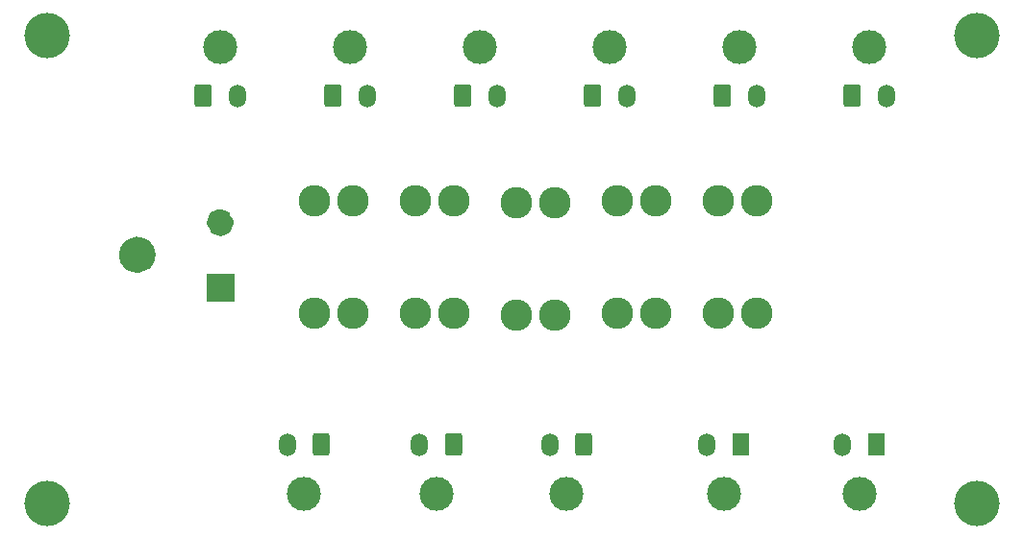
<source format=gbr>
%TF.GenerationSoftware,KiCad,Pcbnew,(5.1.9-0-10_14)*%
%TF.CreationDate,2022-05-15T18:46:11-07:00*%
%TF.ProjectId,PROTO_PCB_2022,50524f54-4f5f-4504-9342-5f323032322e,rev?*%
%TF.SameCoordinates,Original*%
%TF.FileFunction,Soldermask,Bot*%
%TF.FilePolarity,Negative*%
%FSLAX46Y46*%
G04 Gerber Fmt 4.6, Leading zero omitted, Abs format (unit mm)*
G04 Created by KiCad (PCBNEW (5.1.9-0-10_14)) date 2022-05-15 18:46:11*
%MOMM*%
%LPD*%
G01*
G04 APERTURE LIST*
%ADD10C,0.010000*%
%ADD11C,1.226200*%
%ADD12C,1.626200*%
%ADD13O,1.500000X2.020000*%
%ADD14C,3.000000*%
%ADD15C,3.100000*%
%ADD16C,2.780000*%
%ADD17C,4.000000*%
G04 APERTURE END LIST*
D10*
%TO.C,J1*%
G36*
X62567200Y-125138800D02*
G01*
X62567200Y-127591200D01*
X60114800Y-127591200D01*
X60114800Y-125138800D01*
X62567200Y-125138800D01*
G37*
X62567200Y-125138800D02*
X62567200Y-127591200D01*
X60114800Y-127591200D01*
X60114800Y-125138800D01*
X62567200Y-125138800D01*
D11*
X61954100Y-120665000D02*
G75*
G03*
X61954100Y-120665000I-613100J0D01*
G01*
D12*
X54854100Y-123515000D02*
G75*
G03*
X54854100Y-123515000I-813100J0D01*
G01*
%TD*%
D13*
%TO.C,J10*%
X74271000Y-109476000D03*
G36*
G01*
X70521000Y-110236000D02*
X70521000Y-108716000D01*
G75*
G02*
X70771000Y-108466000I250000J0D01*
G01*
X71771000Y-108466000D01*
G75*
G02*
X72021000Y-108716000I0J-250000D01*
G01*
X72021000Y-110236000D01*
G75*
G02*
X71771000Y-110486000I-250000J0D01*
G01*
X70771000Y-110486000D01*
G75*
G02*
X70521000Y-110236000I0J250000D01*
G01*
G37*
D14*
X72771000Y-105156000D03*
%TD*%
D15*
%TO.C,J1*%
X54041000Y-123515000D03*
%TD*%
D16*
%TO.C,F5*%
X78515000Y-128665000D03*
X81915000Y-128665000D03*
X78515000Y-118745000D03*
X81915000Y-118745000D03*
%TD*%
%TO.C,F3*%
X96295000Y-128665000D03*
X99695000Y-128665000D03*
X96295000Y-118745000D03*
X99695000Y-118745000D03*
%TD*%
D13*
%TO.C,J12*%
X119991000Y-109476000D03*
G36*
G01*
X116241000Y-110236000D02*
X116241000Y-108716000D01*
G75*
G02*
X116491000Y-108466000I250000J0D01*
G01*
X117491000Y-108466000D01*
G75*
G02*
X117741000Y-108716000I0J-250000D01*
G01*
X117741000Y-110236000D01*
G75*
G02*
X117491000Y-110486000I-250000J0D01*
G01*
X116491000Y-110486000D01*
G75*
G02*
X116241000Y-110236000I0J250000D01*
G01*
G37*
D14*
X118491000Y-105156000D03*
%TD*%
D13*
%TO.C,J11*%
X116126000Y-140208000D03*
G36*
G01*
X119876000Y-139448000D02*
X119876000Y-140968000D01*
G75*
G02*
X119626000Y-141218000I-250000J0D01*
G01*
X118626000Y-141218000D01*
G75*
G02*
X118376000Y-140968000I0J250000D01*
G01*
X118376000Y-139448000D01*
G75*
G02*
X118626000Y-139198000I250000J0D01*
G01*
X119626000Y-139198000D01*
G75*
G02*
X119876000Y-139448000I0J-250000D01*
G01*
G37*
D14*
X117626000Y-144528000D03*
%TD*%
D13*
%TO.C,J8*%
X97131000Y-109476000D03*
G36*
G01*
X93381000Y-110236000D02*
X93381000Y-108716000D01*
G75*
G02*
X93631000Y-108466000I250000J0D01*
G01*
X94631000Y-108466000D01*
G75*
G02*
X94881000Y-108716000I0J-250000D01*
G01*
X94881000Y-110236000D01*
G75*
G02*
X94631000Y-110486000I-250000J0D01*
G01*
X93631000Y-110486000D01*
G75*
G02*
X93381000Y-110236000I0J250000D01*
G01*
G37*
D14*
X95631000Y-105156000D03*
%TD*%
D13*
%TO.C,J9*%
X108561000Y-109476000D03*
G36*
G01*
X104811000Y-110236000D02*
X104811000Y-108716000D01*
G75*
G02*
X105061000Y-108466000I250000J0D01*
G01*
X106061000Y-108466000D01*
G75*
G02*
X106311000Y-108716000I0J-250000D01*
G01*
X106311000Y-110236000D01*
G75*
G02*
X106061000Y-110486000I-250000J0D01*
G01*
X105061000Y-110486000D01*
G75*
G02*
X104811000Y-110236000I0J250000D01*
G01*
G37*
D14*
X107061000Y-105156000D03*
%TD*%
D13*
%TO.C,J6*%
X85701000Y-109476000D03*
G36*
G01*
X81951000Y-110236000D02*
X81951000Y-108716000D01*
G75*
G02*
X82201000Y-108466000I250000J0D01*
G01*
X83201000Y-108466000D01*
G75*
G02*
X83451000Y-108716000I0J-250000D01*
G01*
X83451000Y-110236000D01*
G75*
G02*
X83201000Y-110486000I-250000J0D01*
G01*
X82201000Y-110486000D01*
G75*
G02*
X81951000Y-110236000I0J250000D01*
G01*
G37*
D14*
X84201000Y-105156000D03*
%TD*%
D13*
%TO.C,J7*%
X104188000Y-140208000D03*
G36*
G01*
X107938000Y-139448000D02*
X107938000Y-140968000D01*
G75*
G02*
X107688000Y-141218000I-250000J0D01*
G01*
X106688000Y-141218000D01*
G75*
G02*
X106438000Y-140968000I0J250000D01*
G01*
X106438000Y-139448000D01*
G75*
G02*
X106688000Y-139198000I250000J0D01*
G01*
X107688000Y-139198000D01*
G75*
G02*
X107938000Y-139448000I0J-250000D01*
G01*
G37*
D14*
X105688000Y-144528000D03*
%TD*%
D13*
%TO.C,J5*%
X62841000Y-109476000D03*
G36*
G01*
X59091000Y-110236000D02*
X59091000Y-108716000D01*
G75*
G02*
X59341000Y-108466000I250000J0D01*
G01*
X60341000Y-108466000D01*
G75*
G02*
X60591000Y-108716000I0J-250000D01*
G01*
X60591000Y-110236000D01*
G75*
G02*
X60341000Y-110486000I-250000J0D01*
G01*
X59341000Y-110486000D01*
G75*
G02*
X59091000Y-110236000I0J250000D01*
G01*
G37*
D14*
X61341000Y-105156000D03*
%TD*%
D13*
%TO.C,J4*%
X67231000Y-140208000D03*
G36*
G01*
X70981000Y-139448000D02*
X70981000Y-140968000D01*
G75*
G02*
X70731000Y-141218000I-250000J0D01*
G01*
X69731000Y-141218000D01*
G75*
G02*
X69481000Y-140968000I0J250000D01*
G01*
X69481000Y-139448000D01*
G75*
G02*
X69731000Y-139198000I250000J0D01*
G01*
X70731000Y-139198000D01*
G75*
G02*
X70981000Y-139448000I0J-250000D01*
G01*
G37*
D14*
X68731000Y-144528000D03*
%TD*%
D13*
%TO.C,J3*%
X78891000Y-140208000D03*
G36*
G01*
X82641000Y-139448000D02*
X82641000Y-140968000D01*
G75*
G02*
X82391000Y-141218000I-250000J0D01*
G01*
X81391000Y-141218000D01*
G75*
G02*
X81141000Y-140968000I0J250000D01*
G01*
X81141000Y-139448000D01*
G75*
G02*
X81391000Y-139198000I250000J0D01*
G01*
X82391000Y-139198000D01*
G75*
G02*
X82641000Y-139448000I0J-250000D01*
G01*
G37*
D14*
X80391000Y-144528000D03*
%TD*%
D13*
%TO.C,J2*%
X90345000Y-140208000D03*
G36*
G01*
X94095000Y-139448000D02*
X94095000Y-140968000D01*
G75*
G02*
X93845000Y-141218000I-250000J0D01*
G01*
X92845000Y-141218000D01*
G75*
G02*
X92595000Y-140968000I0J250000D01*
G01*
X92595000Y-139448000D01*
G75*
G02*
X92845000Y-139198000I250000J0D01*
G01*
X93845000Y-139198000D01*
G75*
G02*
X94095000Y-139448000I0J-250000D01*
G01*
G37*
D14*
X91845000Y-144528000D03*
%TD*%
D17*
%TO.C,H4*%
X128016000Y-145415000D03*
%TD*%
%TO.C,H3*%
X128016000Y-104140000D03*
%TD*%
%TO.C,H2*%
X46101000Y-145415000D03*
%TD*%
%TO.C,H1*%
X46101000Y-104140000D03*
%TD*%
D16*
%TO.C,F4*%
X105185000Y-128665000D03*
X108585000Y-128665000D03*
X105185000Y-118745000D03*
X108585000Y-118745000D03*
%TD*%
%TO.C,F2*%
X87405000Y-128792000D03*
X90805000Y-128792000D03*
X87405000Y-118872000D03*
X90805000Y-118872000D03*
%TD*%
%TO.C,F1*%
X69625000Y-128665000D03*
X73025000Y-128665000D03*
X69625000Y-118745000D03*
X73025000Y-118745000D03*
%TD*%
M02*

</source>
